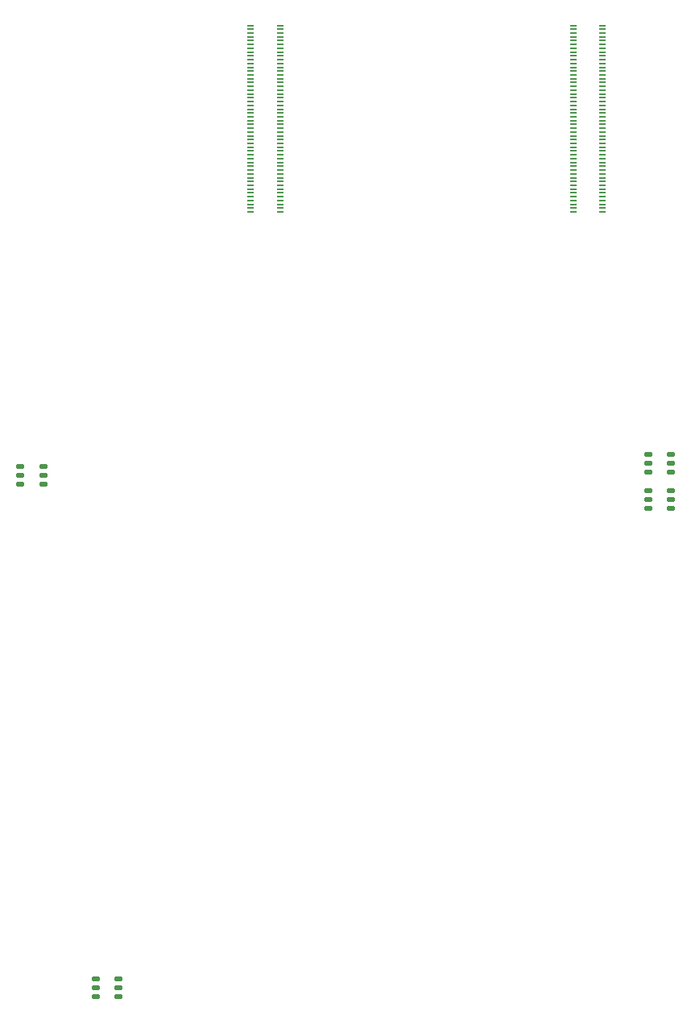
<source format=gtp>
%TF.GenerationSoftware,KiCad,Pcbnew,7.0.9*%
%TF.CreationDate,2024-01-19T20:30:06+01:00*%
%TF.ProjectId,bohlebots-rpi-cm4-carrier,626f686c-6562-46f7-9473-2d7270692d63,v01.2*%
%TF.SameCoordinates,Original*%
%TF.FileFunction,Paste,Top*%
%TF.FilePolarity,Positive*%
%FSLAX46Y46*%
G04 Gerber Fmt 4.6, Leading zero omitted, Abs format (unit mm)*
G04 Created by KiCad (PCBNEW 7.0.9) date 2024-01-19 20:30:06*
%MOMM*%
%LPD*%
G01*
G04 APERTURE LIST*
G04 Aperture macros list*
%AMRoundRect*
0 Rectangle with rounded corners*
0 $1 Rounding radius*
0 $2 $3 $4 $5 $6 $7 $8 $9 X,Y pos of 4 corners*
0 Add a 4 corners polygon primitive as box body*
4,1,4,$2,$3,$4,$5,$6,$7,$8,$9,$2,$3,0*
0 Add four circle primitives for the rounded corners*
1,1,$1+$1,$2,$3*
1,1,$1+$1,$4,$5*
1,1,$1+$1,$6,$7*
1,1,$1+$1,$8,$9*
0 Add four rect primitives between the rounded corners*
20,1,$1+$1,$2,$3,$4,$5,0*
20,1,$1+$1,$4,$5,$6,$7,0*
20,1,$1+$1,$6,$7,$8,$9,0*
20,1,$1+$1,$8,$9,$2,$3,0*%
G04 Aperture macros list end*
%ADD10RoundRect,0.137500X-0.262500X0.137500X-0.262500X-0.137500X0.262500X-0.137500X0.262500X0.137500X0*%
%ADD11R,0.700000X0.200000*%
%ADD12RoundRect,0.137500X0.262500X-0.137500X0.262500X0.137500X-0.262500X0.137500X-0.262500X-0.137500X0*%
G04 APERTURE END LIST*
D10*
%TO.C,U6*%
X73100000Y-160300000D03*
X73100000Y-159350000D03*
X73100000Y-158400000D03*
X70700000Y-158400000D03*
X70700000Y-159350000D03*
X70700000Y-160300000D03*
%TD*%
%TO.C,U3*%
X131200000Y-108950000D03*
X131200000Y-108000000D03*
X131200000Y-107050000D03*
X128800000Y-107050000D03*
X128800000Y-108000000D03*
X128800000Y-108950000D03*
%TD*%
D11*
%TO.C,U8*%
X90080000Y-77800000D03*
X87000000Y-77800000D03*
X90080000Y-77400000D03*
X87000000Y-77400000D03*
X90080000Y-77000000D03*
X87000000Y-77000000D03*
X90080000Y-76600000D03*
X87000000Y-76600000D03*
X90080000Y-76200000D03*
X87000000Y-76200000D03*
X90080000Y-75800000D03*
X87000000Y-75800000D03*
X90080000Y-75400000D03*
X87000000Y-75400000D03*
X90080000Y-75000000D03*
X87000000Y-75000000D03*
X90080000Y-74600000D03*
X87000000Y-74600000D03*
X90080000Y-74200000D03*
X87000000Y-74200000D03*
X90080000Y-73800000D03*
X87000000Y-73800000D03*
X90080000Y-73400000D03*
X87000000Y-73400000D03*
X90080000Y-73000000D03*
X87000000Y-73000000D03*
X90080000Y-72600000D03*
X87000000Y-72600000D03*
X90080000Y-72200000D03*
X87000000Y-72200000D03*
X90080000Y-71800000D03*
X87000000Y-71800000D03*
X90080000Y-71400000D03*
X87000000Y-71400000D03*
X90080000Y-71000000D03*
X87000000Y-71000000D03*
X90080000Y-70600000D03*
X87000000Y-70600000D03*
X90080000Y-70200000D03*
X87000000Y-70200000D03*
X90080000Y-69800000D03*
X87000000Y-69800000D03*
X90080000Y-69400000D03*
X87000000Y-69400000D03*
X90080000Y-69000000D03*
X87000000Y-69000000D03*
X90080000Y-68600000D03*
X87000000Y-68600000D03*
X90080000Y-68200000D03*
X87000000Y-68200000D03*
X90080000Y-67800000D03*
X87000000Y-67800000D03*
X90080000Y-67400000D03*
X87000000Y-67400000D03*
X90080000Y-67000000D03*
X87000000Y-67000000D03*
X90080000Y-66600000D03*
X87000000Y-66600000D03*
X90080000Y-66200000D03*
X87000000Y-66200000D03*
X90080000Y-65800000D03*
X87000000Y-65800000D03*
X90080000Y-65400000D03*
X87000000Y-65400000D03*
X90080000Y-65000000D03*
X87000000Y-65000000D03*
X90080000Y-64600000D03*
X87000000Y-64600000D03*
X90080000Y-64200000D03*
X87000000Y-64200000D03*
X90080000Y-63800000D03*
X87000000Y-63800000D03*
X90080000Y-63400000D03*
X87000000Y-63400000D03*
X90080000Y-63000000D03*
X87000000Y-63000000D03*
X90080000Y-62600000D03*
X87000000Y-62600000D03*
X90080000Y-62200000D03*
X87000000Y-62200000D03*
X90080000Y-61800000D03*
X87000000Y-61800000D03*
X90080000Y-61400000D03*
X87000000Y-61400000D03*
X90080000Y-61000000D03*
X87000000Y-61000000D03*
X90080000Y-60600000D03*
X87000000Y-60600000D03*
X90080000Y-60200000D03*
X87000000Y-60200000D03*
X90080000Y-59800000D03*
X87000000Y-59800000D03*
X90080000Y-59400000D03*
X87000000Y-59400000D03*
X90080000Y-59000000D03*
X87000000Y-59000000D03*
X90080000Y-58600000D03*
X87000000Y-58600000D03*
X90080000Y-58200000D03*
X87000000Y-58200000D03*
%TD*%
%TO.C,U7*%
X124000000Y-77800000D03*
X120920000Y-77800000D03*
X124000000Y-77400000D03*
X120920000Y-77400000D03*
X124000000Y-77000000D03*
X120920000Y-77000000D03*
X124000000Y-76600000D03*
X120920000Y-76600000D03*
X124000000Y-76200000D03*
X120920000Y-76200000D03*
X124000000Y-75800000D03*
X120920000Y-75800000D03*
X124000000Y-75400000D03*
X120920000Y-75400000D03*
X124000000Y-75000000D03*
X120920000Y-75000000D03*
X124000000Y-74600000D03*
X120920000Y-74600000D03*
X124000000Y-74200000D03*
X120920000Y-74200000D03*
X124000000Y-73800000D03*
X120920000Y-73800000D03*
X124000000Y-73400000D03*
X120920000Y-73400000D03*
X124000000Y-73000000D03*
X120920000Y-73000000D03*
X124000000Y-72600000D03*
X120920000Y-72600000D03*
X124000000Y-72200000D03*
X120920000Y-72200000D03*
X124000000Y-71800000D03*
X120920000Y-71800000D03*
X124000000Y-71400000D03*
X120920000Y-71400000D03*
X124000000Y-71000000D03*
X120920000Y-71000000D03*
X124000000Y-70600000D03*
X120920000Y-70600000D03*
X124000000Y-70200000D03*
X120920000Y-70200000D03*
X124000000Y-69800000D03*
X120920000Y-69800000D03*
X124000000Y-69400000D03*
X120920000Y-69400000D03*
X124000000Y-69000000D03*
X120920000Y-69000000D03*
X124000000Y-68600000D03*
X120920000Y-68600000D03*
X124000000Y-68200000D03*
X120920000Y-68200000D03*
X124000000Y-67800000D03*
X120920000Y-67800000D03*
X124000000Y-67400000D03*
X120920000Y-67400000D03*
X124000000Y-67000000D03*
X120920000Y-67000000D03*
X124000000Y-66600000D03*
X120920000Y-66600000D03*
X124000000Y-66200000D03*
X120920000Y-66200000D03*
X124000000Y-65800000D03*
X120920000Y-65800000D03*
X124000000Y-65400000D03*
X120920000Y-65400000D03*
X124000000Y-65000000D03*
X120920000Y-65000000D03*
X124000000Y-64600000D03*
X120920000Y-64600000D03*
X124000000Y-64200000D03*
X120920000Y-64200000D03*
X124000000Y-63800000D03*
X120920000Y-63800000D03*
X124000000Y-63400000D03*
X120920000Y-63400000D03*
X124000000Y-63000000D03*
X120920000Y-63000000D03*
X124000000Y-62600000D03*
X120920000Y-62600000D03*
X124000000Y-62200000D03*
X120920000Y-62200000D03*
X124000000Y-61800000D03*
X120920000Y-61800000D03*
X124000000Y-61400000D03*
X120920000Y-61400000D03*
X124000000Y-61000000D03*
X120920000Y-61000000D03*
X124000000Y-60600000D03*
X120920000Y-60600000D03*
X124000000Y-60200000D03*
X120920000Y-60200000D03*
X124000000Y-59800000D03*
X120920000Y-59800000D03*
X124000000Y-59400000D03*
X120920000Y-59400000D03*
X124000000Y-59000000D03*
X120920000Y-59000000D03*
X124000000Y-58600000D03*
X120920000Y-58600000D03*
X124000000Y-58200000D03*
X120920000Y-58200000D03*
%TD*%
D10*
%TO.C,U5*%
X65170000Y-106450000D03*
X65170000Y-105500000D03*
X65170000Y-104550000D03*
X62770000Y-104550000D03*
X62770000Y-105500000D03*
X62770000Y-106450000D03*
%TD*%
D12*
%TO.C,U4*%
X128800000Y-103250000D03*
X128800000Y-104200000D03*
X128800000Y-105150000D03*
X131200000Y-105150000D03*
X131200000Y-104200000D03*
X131200000Y-103250000D03*
%TD*%
M02*

</source>
